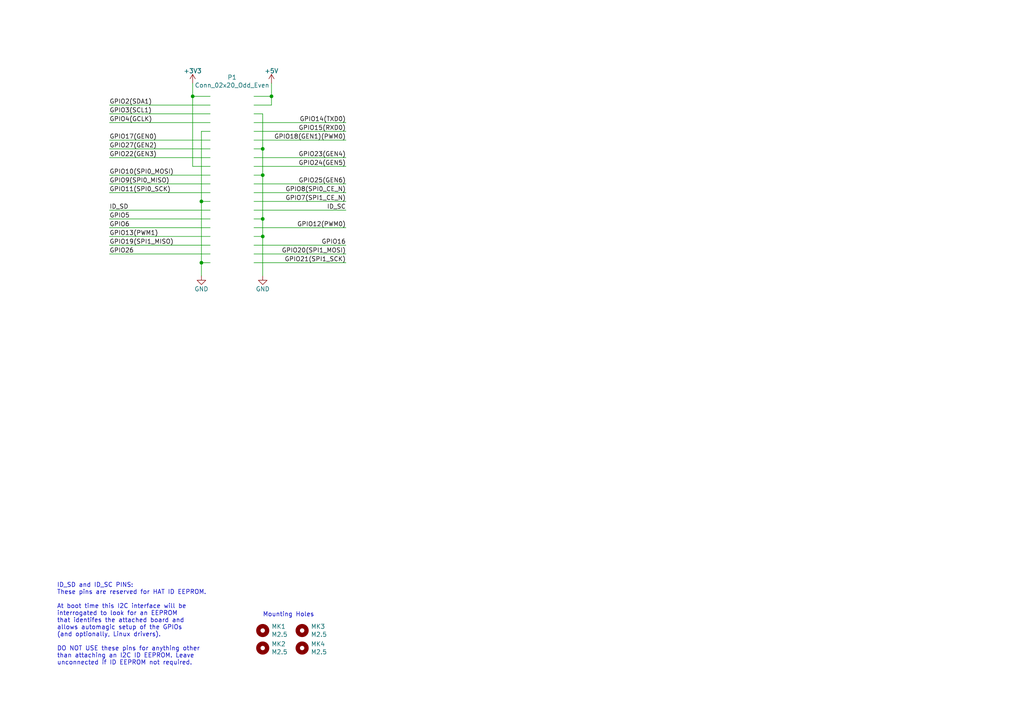
<source format=kicad_sch>
(kicad_sch (version 20230121) (generator eeschema)
  (paper "A4")
  (title_block (date "15 nov 2012"))
  (lib_symbols
    (symbol "mechanical:Mounting_Hole" (pin_names (offset 1.016))
      (property "Reference" "MK" (at 0 5.08 0))
      (property "Value" "Mounting_Hole" (at 0 3.175 0))
      (symbol "Mounting_Hole_0_1"
        (circle (center 0 0) (radius 1.27) (stroke (width 1.27)))
      )
    )
    (symbol "power1:+3.3V" (power) (pin_names (offset 0))
      (property "Value" "+3.3V" (at 0 3.556 0))
      (symbol "+3.3V_0_1"
        (polyline (pts (xy -0.762 1.27) (xy 0 2.54)))
        (polyline (pts (xy 0 0) (xy 0 2.54)))
        (polyline (pts (xy 0 2.54) (xy 0.762 1.27)))
      )
      (symbol "+3.3V_1_1"
        (pin power_in line (at 0 0 90) (length 0) hide (name "+3V3") (number "1"))
      )
    )
    (symbol "power1:+5V" (power) (pin_names (offset 0))
      (property "Value" "+5V" (at 0 3.556 0))
      (symbol "+5V_0_1"
        (polyline (pts (xy -0.762 1.27) (xy 0 2.54)))
        (polyline (pts (xy 0 0) (xy 0 2.54)))
        (polyline (pts (xy 0 2.54) (xy 0.762 1.27)))
      )
      (symbol "+5V_1_1"
        (pin power_in line (at 0 0 90) (length 0) hide (name "+5V") (number "1"))
      )
    )
    (symbol "power1:GND" (power) (pin_names (offset 0))
      (property "Value" "GND" (at 0 -3.81 0))
      (symbol "GND_0_1"
        (polyline (pts (xy 0 0) (xy 0 -1.27) (xy 1.27 -1.27) (xy 0 -2.54) (xy -1.27 -1.27) (xy 0 -1.27)))
      )
      (symbol "GND_1_1"
        (pin power_in line (at 0 0 270) (length 0) hide (name "GND") (number "1"))
      )
    )
  )
  (junction (at 78.74 27.94))
  (junction (at 55.88 27.94))
  (junction (at 76.2 63.5))
  (junction (at 76.2 43.18))
  (junction (at 76.2 50.8))
  (junction (at 58.42 58.42))
  (junction (at 58.42 76.2))
  (junction (at 76.2 68.58))
  (wire (pts (xy 73.66 71.12) (xy 100.33 71.12)))
  (wire (pts (xy 76.2 68.58) (xy 73.66 68.58)))
  (wire (pts (xy 73.66 66.04) (xy 100.33 66.04)))
  (wire (pts (xy 76.2 43.18) (xy 73.66 43.18)))
  (wire (pts (xy 31.75 45.72) (xy 60.96 45.72)))
  (wire (pts (xy 76.2 50.8) (xy 73.66 50.8)))
  (wire (pts (xy 73.66 58.42) (xy 100.33 58.42)))
  (wire (pts (xy 55.88 27.94) (xy 60.96 27.94)))
  (wire (pts (xy 78.74 27.94) (xy 73.66 27.94)))
  (wire (pts (xy 55.88 27.94) (xy 55.88 48.26)))
  (wire (pts (xy 78.74 27.94) (xy 78.74 30.48)))
  (wire (pts (xy 73.66 60.96) (xy 100.33 60.96)))
  (wire (pts (xy 76.2 43.18) (xy 76.2 50.8)))
  (wire (pts (xy 76.2 50.8) (xy 76.2 63.5)))
  (wire (pts (xy 31.75 71.12) (xy 60.96 71.12)))
  (wire (pts (xy 55.88 48.26) (xy 60.96 48.26)))
  (wire (pts (xy 76.2 33.02) (xy 73.66 33.02)))
  (wire (pts (xy 76.2 68.58) (xy 76.2 80.01)))
  (wire (pts (xy 78.74 24.13) (xy 78.74 27.94)))
  (wire (pts (xy 78.74 30.48) (xy 73.66 30.48)))
  (wire (pts (xy 76.2 33.02) (xy 76.2 43.18)))
  (wire (pts (xy 31.75 35.56) (xy 60.96 35.56)))
  (wire (pts (xy 58.42 76.2) (xy 60.96 76.2)))
  (wire (pts (xy 73.66 55.88) (xy 100.33 55.88)))
  (wire (pts (xy 73.66 38.1) (xy 100.33 38.1)))
  (wire (pts (xy 31.75 63.5) (xy 60.96 63.5)))
  (wire (pts (xy 58.42 38.1) (xy 58.42 58.42)))
  (wire (pts (xy 73.66 48.26) (xy 100.33 48.26)))
  (wire (pts (xy 31.75 43.18) (xy 60.96 43.18)))
  (wire (pts (xy 73.66 73.66) (xy 100.33 73.66)))
  (wire (pts (xy 58.42 76.2) (xy 58.42 80.01)))
  (wire (pts (xy 73.66 53.34) (xy 100.33 53.34)))
  (wire (pts (xy 31.75 33.02) (xy 60.96 33.02)))
  (wire (pts (xy 60.96 50.8) (xy 31.75 50.8)))
  (wire (pts (xy 60.96 30.48) (xy 31.75 30.48)))
  (wire (pts (xy 31.75 73.66) (xy 60.96 73.66)))
  (wire (pts (xy 73.66 76.2) (xy 100.33 76.2)))
  (wire (pts (xy 58.42 58.42) (xy 58.42 76.2)))
  (wire (pts (xy 60.96 60.96) (xy 31.75 60.96)))
  (wire (pts (xy 73.66 40.64) (xy 100.33 40.64)))
  (wire (pts (xy 76.2 63.5) (xy 76.2 68.58)))
  (wire (pts (xy 58.42 58.42) (xy 60.96 58.42)))
  (wire (pts (xy 31.75 66.04) (xy 60.96 66.04)))
  (wire (pts (xy 60.96 40.64) (xy 31.75 40.64)))
  (wire (pts (xy 73.66 45.72) (xy 100.33 45.72)))
  (wire (pts (xy 55.88 24.13) (xy 55.88 27.94)))
  (wire (pts (xy 31.75 55.88) (xy 60.96 55.88)))
  (wire (pts (xy 58.42 38.1) (xy 60.96 38.1)))
  (wire (pts (xy 76.2 63.5) (xy 73.66 63.5)))
  (wire (pts (xy 31.75 53.34) (xy 60.96 53.34)))
  (wire (pts (xy 73.66 35.56) (xy 100.33 35.56)))
  (wire (pts (xy 60.96 68.58) (xy 31.75 68.58)))
  (text "Mounting Holes" (at 76.2 179.07 0) (effects (font (size 1.27 1.27)) (justify left bottom)))
  (text "ID_SD and ID_SC PINS:\nThese pins are reserved for HAT ID EEPROM.\n\nAt boot time this I2C interface will be\ninterrogated to look for an EEPROM\nthat identifes the attached board and\nallows automagic setup of the GPIOs\n(and optionally, Linux drivers).\n\nDO NOT USE these pins for anything other\nthan attaching an I2C ID EEPROM. Leave\nunconnected if ID EEPROM not required." (at 16.51 193.04 0) (effects (font (size 1.27 1.27)) (justify left bottom)))
  (label "GPIO14(TXD0)" (at 100.33 35.56 180))
  (label "GPIO26" (at 31.75 73.66 0))
  (label "GPIO7(SPI1_CE_N)" (at 100.33 58.42 180))
  (label "GPIO4(GCLK)" (at 31.75 35.56 0))
  (label "GPIO5" (at 31.75 63.5 0))
  (label "GPIO2(SDA1)" (at 31.75 30.48 0))
  (label "ID_SC" (at 100.33 60.96 180))
  (label "ID_SD" (at 31.75 60.96 0))
  (label "GPIO21(SPI1_SCK)" (at 100.33 76.2 180))
  (label "GPIO10(SPI0_MOSI)" (at 31.75 50.8 0))
  (label "GPIO23(GEN4)" (at 100.33 45.72 180))
  (label "GPIO15(RXD0)" (at 100.33 38.1 180))
  (label "GPIO12(PWM0)" (at 100.33 66.04 180))
  (label "GPIO3(SCL1)" (at 31.75 33.02 0))
  (label "GPIO18(GEN1)(PWM0)" (at 100.33 40.64 180))
  (label "GPIO27(GEN2)" (at 31.75 43.18 0))
  (label "GPIO11(SPI0_SCK)" (at 31.75 55.88 0))
  (label "GPIO9(SPI0_MISO)" (at 31.75 53.34 0))
  (label "GPIO20(SPI1_MOSI)" (at 100.33 73.66 180))
  (label "GPIO22(GEN3)" (at 31.75 45.72 0))
  (label "GPIO25(GEN6)" (at 100.33 53.34 180))
  (label "GPIO8(SPI0_CE_N)" (at 100.33 55.88 180))
  (label "GPIO19(SPI1_MISO)" (at 31.75 71.12 0))
  (label "GPIO13(PWM1)" (at 31.75 68.58 0))
  (label "GPIO24(GEN5)" (at 100.33 48.26 180))
  (label "GPIO17(GEN0)" (at 31.75 40.64 0))
  (label "GPIO6" (at 31.75 66.04 0))
  (label "GPIO16" (at 100.33 71.12 180))
  (symbol (lib_id "power1:+5V") (at 78.74 24.13 0) (unit 1)
    (property "Reference" "#PWR01" (effects hide))
    (property "Value" "+5V" (at 78.74 20.574 0))
  )
  (symbol (lib_id "power1:+3.3V") (at 55.88 24.13 0) (unit 1)
    (property "Reference" "#PWR04" (effects hide))
    (property "Value" "+3.3V" (at 55.88 20.574 0))
  )
  (symbol (lib_id "power1:GND") (at 76.2 80.01 0) (unit 1)
    (property "Reference" "#PWR02" (effects hide))
    (property "Value" "GND" (at 76.2 83.82 0))
  )
  (symbol (lib_id "power1:GND") (at 58.42 80.01 0) (unit 1)
    (property "Reference" "#PWR03" (effects hide))
    (property "Value" "GND" (at 58.42 83.82 0))
  )
  (symbol (lib_id "mechanical:Mounting_Hole") (at 76.2 182.88 0) (unit 1)
    (property "Reference" "MK1" (at 78.74 181.7116 0) (effects (justify left)))
    (property "Value" "M2.5" (at 78.74 184.023 0) (effects (justify left)))
    (property "Footprint" "Mounting_Holes:MountingHole_2.5mm" (effects hide))
  )
  (symbol (lib_id "mechanical:Mounting_Hole") (at 87.63 182.88 0) (unit 1)
    (property "Reference" "MK3" (at 90.17 181.7116 0) (effects (justify left)))
    (property "Value" "M2.5" (at 90.17 184.023 0) (effects (justify left)))
    (property "Footprint" "Mounting_Holes:MountingHole_2.5mm" (effects hide))
  )
  (symbol (lib_id "mechanical:Mounting_Hole") (at 76.2 187.96 0) (unit 1)
    (property "Reference" "MK2" (at 78.74 186.7916 0) (effects (justify left)))
    (property "Value" "M2.5" (at 78.74 189.103 0) (effects (justify left)))
    (property "Footprint" "Mounting_Holes:MountingHole_2.5mm" (effects hide))
  )
  (symbol (lib_id "mechanical:Mounting_Hole") (at 87.63 187.96 0) (unit 1)
    (property "Reference" "MK4" (at 90.17 186.7916 0) (effects (justify left)))
    (property "Value" "M2.5" (at 90.17 189.103 0) (effects (justify left)))
    (property "Footprint" "Mounting_Holes:MountingHole_2.5mm" (effects hide))
  )
  (symbol (lib_id "Conn_02x20_Odd_Even") (at 66.04 50.8 0) (unit 1)
    (property "Reference" "P1" (at 67.31 22.4282 0))
    (property "Value" "Conn_02x20_Odd_Even" (at 67.31 24.7396 0))
  )
)
</source>
